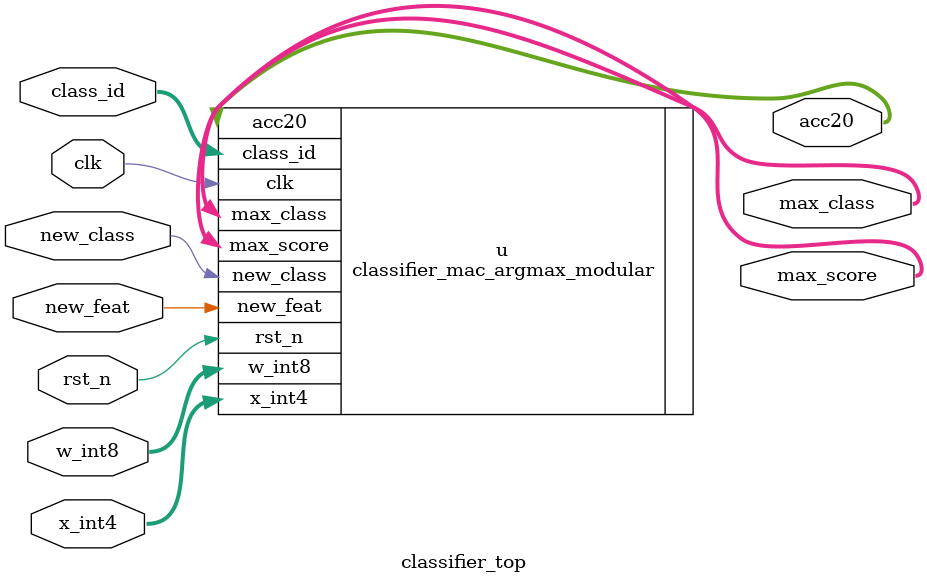
<source format=v>
`timescale 1ns/1ps


module classifier_top (
  input  wire clk,
  input  wire rst_n,
  input  wire signed [3:0]  x_int4,
  input  wire signed [7:0]  w_int8,
  input  wire new_feat,
  input  wire new_class,
  input  wire [2:0] class_id,
  output wire signed [19:0] acc20,
  output wire signed [19:0] max_score,
  output wire [2:0] max_class
);
  classifier_mac_argmax_modular #(.CLASS_BITS(3)) u (
    .clk      (clk),
    .rst_n    (rst_n),
    .x_int4   (x_int4),
    .w_int8   (w_int8),
    .new_feat (new_feat),
    .new_class(new_class),
    .class_id (class_id),
    .acc20    (acc20),
    .max_score(max_score),
    .max_class(max_class)
  );
endmodule

</source>
